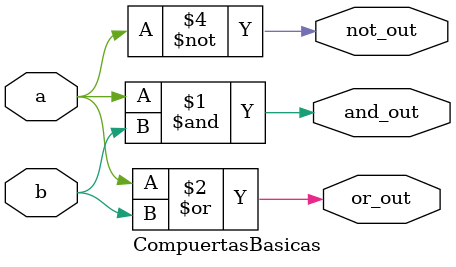
<source format=sv>
module CompuertasBasicas(
    input  logic a, b,
    output logic and_out, or_out, not_out
);
    
    // AND usando primitiva
    and (and_out, a, b);
    
    // OR usando dataflow
    assign or_out = a | b;
    
    // NOT usando behavioral
    always_comb not_out = ~a;

endmodule
</source>
